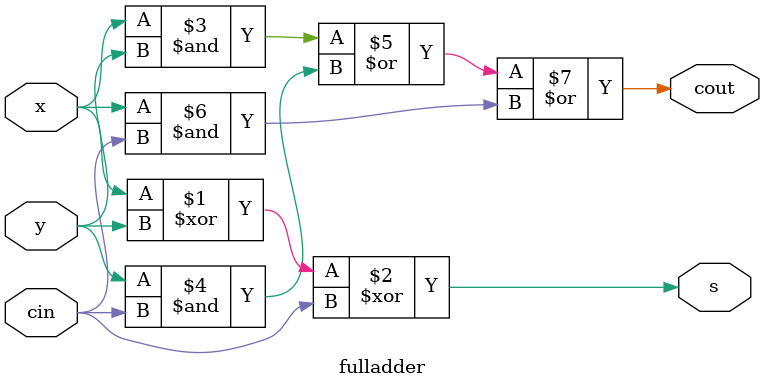
<source format=sv>

module  ninebra(

		input [7:0] xin,
		input [7:0] yin,
		input cin,
		output logic [8:0] sum
		);
		
		logic c0, c1, c2, c3, c4, c5, c6, c7;
		logic [8:0] twosy;
		assign twosy = yin ^ {8{cin}};
		
		fulladder fa0(.x(xin[0]), .y(twosy[0]), .cin(cin), .s(sum[0]), .cout(c0));
		fulladder fa1(.x(xin[1]), .y(twosy[1]), .cin(c0), .s(sum[1]), .cout(c1));
		fulladder fa2(.x(xin[2]), .y(twosy[2]), .cin(c1), .s(sum[2]), .cout(c2));
		fulladder fa3(.x(xin[3]), .y(twosy[3]), .cin(c2), .s(sum[3]), .cout(c3));
		fulladder fa4(.x(xin[4]), .y(twosy[4]), .cin(c3), .s(sum[4]), .cout(c4));
		fulladder fa5(.x(xin[5]), .y(twosy[5]), .cin(c4), .s(sum[5]), .cout(c5));
		fulladder fa6(.x(xin[6]), .y(twosy[6]), .cin(c5), .s(sum[6]), .cout(c6));
		fulladder fa7(.x(xin[7]), .y(twosy[7]), .cin(c6), .s(sum[7]), .cout(c7));
		fulladder fa8(.x(xin[7]), .y(twosy[7]), .cin(c7), .s(sum[8]), .cout());
		
endmodule

//full adder
module fulladder(
			input x,
			input y,
			input cin,
			output logic s,
			output logic cout
			);
		
		assign s = x ^ y ^ cin;
		assign cout = (x & y) | (y & cin) | (x & cin);
		
endmodule
</source>
